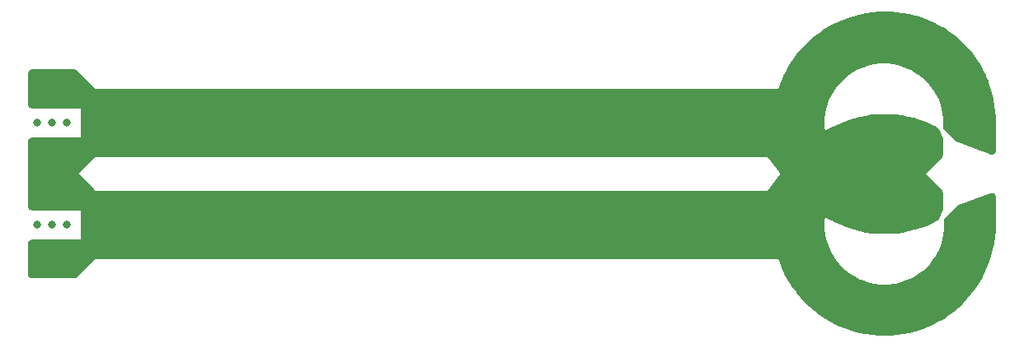
<source format=gbr>
G04 #@! TF.GenerationSoftware,KiCad,Pcbnew,8.0.4*
G04 #@! TF.CreationDate,2024-08-12T15:20:44-06:00*
G04 #@! TF.ProjectId,dual_loop_probe_fullground,6475616c-5f6c-46f6-9f70-5f70726f6265,rev?*
G04 #@! TF.SameCoordinates,Original*
G04 #@! TF.FileFunction,Copper,L4,Bot*
G04 #@! TF.FilePolarity,Positive*
%FSLAX46Y46*%
G04 Gerber Fmt 4.6, Leading zero omitted, Abs format (unit mm)*
G04 Created by KiCad (PCBNEW 8.0.4) date 2024-08-12 15:20:44*
%MOMM*%
%LPD*%
G01*
G04 APERTURE LIST*
G04 #@! TA.AperFunction,ComponentPad*
%ADD10R,4.190000X3.000000*%
G04 #@! TD*
G04 #@! TA.AperFunction,ViaPad*
%ADD11C,0.800000*%
G04 #@! TD*
G04 APERTURE END LIST*
D10*
X95500000Y-99325000D03*
X95500000Y-92675000D03*
X95500000Y-82350000D03*
X95500000Y-89000000D03*
D11*
X133000000Y-94000000D03*
X131500000Y-94000000D03*
X95500000Y-94000000D03*
X101500000Y-94000000D03*
X104500000Y-94000000D03*
X122500000Y-94000000D03*
X124000000Y-94000000D03*
X125500000Y-94000000D03*
X127000000Y-94000000D03*
X119500000Y-94000000D03*
X112000000Y-94000000D03*
X110500000Y-94000000D03*
X94000000Y-94000000D03*
X100000000Y-94000000D03*
X118000000Y-94000000D03*
X130000000Y-94000000D03*
X121000000Y-94000000D03*
X109000000Y-94000000D03*
X107500000Y-94000000D03*
X116500000Y-94000000D03*
X98500000Y-94000000D03*
X103000000Y-94000000D03*
X128500000Y-94000000D03*
X106000000Y-94000000D03*
X115000000Y-94000000D03*
X97000000Y-94000000D03*
X113500000Y-94000000D03*
X134500000Y-94000000D03*
X170500000Y-94000000D03*
X169000000Y-94000000D03*
X137500000Y-94000000D03*
X136000000Y-94000000D03*
X140500000Y-94000000D03*
X143500000Y-94000000D03*
X139000000Y-94000000D03*
X142000000Y-94000000D03*
X151000000Y-94000000D03*
X145000000Y-94000000D03*
X145000000Y-94000000D03*
X146500000Y-94000000D03*
X148000000Y-94000000D03*
X149500000Y-94000000D03*
X154000000Y-94000000D03*
X152500000Y-94000000D03*
X155500000Y-94000000D03*
X157000000Y-94000000D03*
X158500000Y-94000000D03*
X160000000Y-94000000D03*
X161500000Y-94000000D03*
X163000000Y-94000000D03*
X164500000Y-94000000D03*
X166000000Y-94000000D03*
X167500000Y-94000000D03*
X174160681Y-97491213D03*
X174635347Y-98913966D03*
X175402207Y-100202942D03*
X176426056Y-101298965D03*
X177659889Y-102151720D03*
X179047062Y-102722056D03*
X180523893Y-102983790D03*
X182022581Y-102924906D03*
X183474324Y-102548108D03*
X184812473Y-101870694D03*
X185975596Y-100923763D03*
X186910295Y-99750788D03*
X187573660Y-98405618D03*
X187935235Y-96950009D03*
X174160681Y-94508787D03*
X176189817Y-90750000D03*
X177393138Y-89793306D03*
X178759561Y-89174905D03*
X180226358Y-88861790D03*
X181726188Y-88868335D03*
X183190197Y-89194238D03*
X184551172Y-89824539D03*
X187935235Y-95500000D03*
X170892607Y-99477156D03*
X171491886Y-100883213D03*
X172285582Y-102189421D03*
X173257467Y-103369069D03*
X174387667Y-104398039D03*
X175653074Y-105255289D03*
X177027812Y-105923292D03*
X178483771Y-106388387D03*
X179991181Y-106641066D03*
X181519219Y-106676161D03*
X183036640Y-106492955D03*
X184512416Y-106095193D03*
X185916373Y-105491010D03*
X187219802Y-104692759D03*
X188396051Y-103716763D03*
X189421069Y-102582978D03*
X190273897Y-101314587D03*
X190937097Y-99937525D03*
X191397107Y-98479952D03*
X191644523Y-96971669D03*
X171000000Y-92250000D03*
X171500000Y-90750000D03*
X175653074Y-86744711D03*
X177027812Y-86076708D03*
X178483771Y-85611613D03*
X179991181Y-85358934D03*
X181519219Y-85323839D03*
X183036640Y-85507045D03*
X184512416Y-85904807D03*
X185916373Y-86508990D03*
X191397107Y-93520048D03*
X191644523Y-95028331D03*
X101500000Y-87500000D03*
X110500000Y-98000000D03*
X188451529Y-77783237D03*
X107500000Y-83500000D03*
X121000000Y-87500000D03*
X167500000Y-83500000D03*
X183474325Y-79001883D03*
X94000000Y-98000000D03*
X134500000Y-98000000D03*
X125500000Y-83500000D03*
X125500000Y-87500000D03*
X166000000Y-83500000D03*
X124000000Y-83500000D03*
X109000000Y-83500000D03*
X173000000Y-94000000D03*
X160000000Y-98000000D03*
X97007460Y-89003531D03*
X100000000Y-98000000D03*
X180523894Y-78566201D03*
X130000000Y-98000000D03*
X121000000Y-98000000D03*
X158500000Y-83500000D03*
X121000000Y-83500000D03*
X140500000Y-87500000D03*
X140500000Y-83500000D03*
X175628427Y-94707958D03*
X113500000Y-87500000D03*
X187935236Y-86000000D03*
X174000001Y-85549991D03*
X185888882Y-95045517D03*
X95500000Y-83500000D03*
X191694380Y-86426685D03*
X151000000Y-98000000D03*
X164500000Y-87500000D03*
X163000000Y-98000000D03*
X119500000Y-87500000D03*
X191452585Y-83020048D03*
X172000000Y-87500000D03*
X112000000Y-83500000D03*
X181480182Y-96186973D03*
X136000000Y-87500000D03*
X170500000Y-98000000D03*
X134500000Y-83500000D03*
X185971851Y-76008990D03*
X97000000Y-90250000D03*
X174635348Y-82636025D03*
X161500000Y-83500000D03*
X167500000Y-98000000D03*
X140500000Y-98000000D03*
X149500000Y-87500000D03*
X97000000Y-98000000D03*
X122500000Y-83500000D03*
X146500000Y-83500000D03*
X163000000Y-87500000D03*
X130000000Y-83500000D03*
X160000000Y-83500000D03*
X106000000Y-98000000D03*
X145000000Y-83500000D03*
X190329375Y-80185413D03*
X95500000Y-98000000D03*
X95500000Y-100500000D03*
X187573661Y-83144373D03*
X113500000Y-83500000D03*
X109000000Y-98000000D03*
X169000000Y-83500000D03*
X180191817Y-92566997D03*
X160000000Y-87500000D03*
X174443145Y-77101961D03*
X94000000Y-100500000D03*
X130000000Y-87500000D03*
X166000000Y-87500000D03*
X179952568Y-96136716D03*
X103000000Y-83500000D03*
X115000000Y-87500000D03*
X137500000Y-98000000D03*
X128500000Y-98000000D03*
X119500000Y-83500000D03*
X155500000Y-87500000D03*
X100000000Y-83500000D03*
X94000000Y-87750000D03*
X142000000Y-83500000D03*
X118000000Y-87500000D03*
X107500000Y-87500000D03*
X137500000Y-87500000D03*
X151000000Y-87500000D03*
X98500000Y-83500000D03*
X149500000Y-98000000D03*
X142000000Y-98000000D03*
X94000000Y-90250000D03*
X145000000Y-83500000D03*
X152500000Y-87500000D03*
X98500000Y-87500000D03*
X118000000Y-83500000D03*
X109000000Y-87500000D03*
X183158444Y-92260427D03*
X145000000Y-98000000D03*
X157000000Y-83500000D03*
X155500000Y-98000000D03*
X182022582Y-78625085D03*
X170500000Y-87500000D03*
X145000000Y-87500000D03*
X164500000Y-83500000D03*
X152500000Y-98000000D03*
X174000000Y-96000000D03*
X136000000Y-98000000D03*
X116500000Y-87500000D03*
X134500000Y-87500000D03*
X187275280Y-76807241D03*
X175708552Y-76244711D03*
X158500000Y-98000000D03*
X191446964Y-87934968D03*
X173000000Y-87500000D03*
X189476547Y-78917022D03*
X124000000Y-87500000D03*
X131500000Y-87500000D03*
X186910296Y-81799203D03*
X97000000Y-87750000D03*
X177083290Y-75576708D03*
X146500000Y-98000000D03*
X163000000Y-83500000D03*
X115000000Y-98000000D03*
X136000000Y-83500000D03*
X97000000Y-83500919D03*
X180046659Y-74858934D03*
X110500000Y-87500000D03*
X161500000Y-87500000D03*
X137500000Y-83500000D03*
X125500000Y-98000000D03*
X127000000Y-98000000D03*
X161500000Y-98000000D03*
X97007460Y-99253531D03*
X166000000Y-98000000D03*
X184524867Y-91642026D03*
X175402208Y-81347049D03*
X139000000Y-83500000D03*
X101500000Y-83500000D03*
X106000000Y-87500000D03*
X116500000Y-98000000D03*
X128500000Y-83500000D03*
X94000000Y-91500000D03*
X127000000Y-87500000D03*
X178539249Y-75111613D03*
X100000000Y-87500000D03*
X167500000Y-87500000D03*
X182999347Y-96018834D03*
X98500000Y-98000000D03*
X178447741Y-95869090D03*
X148000000Y-87500000D03*
X112000000Y-98000000D03*
X177366833Y-91610793D03*
X183092118Y-75007045D03*
X157000000Y-87500000D03*
X94000000Y-83500000D03*
X169000000Y-87500000D03*
X154000000Y-87500000D03*
X179047063Y-78827935D03*
X176426057Y-80251026D03*
X171000000Y-89250000D03*
X128500000Y-87500000D03*
X107500000Y-98000000D03*
X94000000Y-81000000D03*
X148000000Y-98000000D03*
X149500000Y-83500000D03*
X110500000Y-83500000D03*
X122500000Y-98000000D03*
X181574697Y-74823839D03*
X158500000Y-87500000D03*
X133000000Y-83500000D03*
X190992575Y-81562475D03*
X131500000Y-83500000D03*
X95500000Y-81000000D03*
X170948085Y-82022844D03*
X97000000Y-91500000D03*
X112000000Y-87500000D03*
X104500000Y-83500000D03*
X178727808Y-92241094D03*
X154000000Y-98000000D03*
X187935236Y-84599982D03*
X172000000Y-94000000D03*
X185975597Y-80626228D03*
X127000000Y-83500000D03*
X155500000Y-83500000D03*
X146500000Y-87500000D03*
X133000000Y-87500000D03*
X118000000Y-98000000D03*
X143500000Y-87500000D03*
X177659890Y-79398271D03*
X142000000Y-87500000D03*
X148000000Y-83500000D03*
X176996468Y-95389569D03*
X104500000Y-98000000D03*
X154000000Y-83500000D03*
X172341060Y-79310579D03*
X184478999Y-95635737D03*
X181691647Y-92573542D03*
X95500000Y-90250000D03*
X131500000Y-98000000D03*
X191700001Y-84528331D03*
X106000000Y-83500000D03*
X174160682Y-84058778D03*
X164500000Y-98000000D03*
X97000000Y-100500000D03*
X122500000Y-87500000D03*
X145000000Y-87500000D03*
X103000000Y-87500000D03*
X104500000Y-87500000D03*
X101500000Y-98000000D03*
X173312945Y-78130931D03*
X124000000Y-98000000D03*
X174160682Y-87041204D03*
X113500000Y-98000000D03*
X184812474Y-79679297D03*
X170555478Y-83500000D03*
X139000000Y-98000000D03*
X119500000Y-98000000D03*
X152500000Y-83500000D03*
X184567894Y-75404807D03*
X95500000Y-87750000D03*
X151000000Y-83500000D03*
X143500000Y-83500000D03*
X95500000Y-91500000D03*
X103000000Y-98000000D03*
X143500000Y-98000000D03*
X133000000Y-98000000D03*
X139000000Y-87500000D03*
X97007194Y-92739008D03*
X116500000Y-83500000D03*
X169000000Y-98000000D03*
X115000000Y-83500000D03*
X97007194Y-82239008D03*
X145000000Y-98000000D03*
X157000000Y-98000000D03*
X97000000Y-81000000D03*
X171547364Y-80616787D03*
X97000000Y-96000000D03*
X94000000Y-96000000D03*
X95500000Y-96000632D03*
X97000000Y-85500919D03*
X95500000Y-85500919D03*
X94000000Y-85500919D03*
G04 #@! TA.AperFunction,Conductor*
G36*
X98603553Y-91103553D02*
G01*
X98603567Y-91103568D01*
X99853537Y-92353538D01*
X99853547Y-92353547D01*
X100000000Y-92500000D01*
X168750000Y-92500000D01*
X169000000Y-92500000D01*
X170500000Y-90500000D01*
X183000000Y-90500000D01*
X184000000Y-90500000D01*
X185000000Y-90500000D01*
X185603553Y-91103553D01*
X185603567Y-91103568D01*
X186847712Y-92347712D01*
X186858579Y-92360103D01*
X186922913Y-92443944D01*
X186939360Y-92472430D01*
X186976615Y-92562372D01*
X186985128Y-92594143D01*
X186998922Y-92698917D01*
X187000000Y-92715364D01*
X187000000Y-94374658D01*
X186999154Y-94389232D01*
X186988320Y-94482269D01*
X186981625Y-94510631D01*
X186949705Y-94598698D01*
X186943944Y-94612111D01*
X186569454Y-95361092D01*
X186500000Y-95500000D01*
X186525447Y-95500000D01*
X186516288Y-95521062D01*
X186482297Y-95549577D01*
X186447840Y-95569354D01*
X186441741Y-95572635D01*
X185884877Y-95852748D01*
X185878607Y-95855688D01*
X185307246Y-96104759D01*
X185300823Y-96107351D01*
X184716607Y-96324665D01*
X184710053Y-96326901D01*
X184114773Y-96511791D01*
X184108105Y-96513662D01*
X183503602Y-96665556D01*
X183496841Y-96667059D01*
X182884880Y-96785514D01*
X182878047Y-96786643D01*
X182260493Y-96871299D01*
X182253609Y-96872050D01*
X181632354Y-96922645D01*
X181625438Y-96923017D01*
X181002348Y-96939401D01*
X180995423Y-96939393D01*
X180372355Y-96921518D01*
X180365440Y-96921129D01*
X179744310Y-96869047D01*
X179737427Y-96868279D01*
X179120090Y-96782148D01*
X179113260Y-96781003D01*
X178501581Y-96661083D01*
X178494824Y-96659564D01*
X177890680Y-96506222D01*
X177884017Y-96504335D01*
X177289188Y-96318024D01*
X177282638Y-96315773D01*
X176698958Y-96097066D01*
X176692542Y-96094459D01*
X176121747Y-95844008D01*
X176115484Y-95841052D01*
X176024768Y-95795148D01*
X175559314Y-95559618D01*
X175553223Y-95556322D01*
X175043261Y-95262015D01*
X175026842Y-95249966D01*
X175013439Y-95243843D01*
X174999838Y-95236594D01*
X174998049Y-95235495D01*
X174994093Y-95233064D01*
X174989451Y-95230212D01*
X174988818Y-95230060D01*
X174984794Y-95228670D01*
X174980540Y-95228591D01*
X174979896Y-95228517D01*
X174967935Y-95230938D01*
X174952690Y-95233064D01*
X174940539Y-95234007D01*
X174939949Y-95234251D01*
X174935863Y-95235495D01*
X174932378Y-95237930D01*
X174931806Y-95238252D01*
X174923553Y-95247242D01*
X174912467Y-95257925D01*
X174903190Y-95265830D01*
X174902851Y-95266383D01*
X174900285Y-95269781D01*
X174898896Y-95273802D01*
X174898625Y-95274393D01*
X174897234Y-95286508D01*
X174894544Y-95301673D01*
X174891685Y-95313520D01*
X174891733Y-95314128D01*
X174891285Y-95338259D01*
X174868324Y-95537945D01*
X174850969Y-96019135D01*
X174871317Y-96500194D01*
X174929244Y-96978195D01*
X174929248Y-96978216D01*
X175024393Y-97450199D01*
X175024395Y-97450207D01*
X175156179Y-97913294D01*
X175156188Y-97913322D01*
X175323805Y-98364689D01*
X175323816Y-98364715D01*
X175526226Y-98801559D01*
X175526230Y-98801567D01*
X175526235Y-98801577D01*
X175762224Y-99221280D01*
X176030329Y-99621231D01*
X176328907Y-99998978D01*
X176468419Y-100149580D01*
X176656122Y-100352204D01*
X176656131Y-100352213D01*
X177009965Y-100678735D01*
X177009972Y-100678741D01*
X177009979Y-100678747D01*
X177388298Y-100976600D01*
X177788762Y-101243938D01*
X177788765Y-101243940D01*
X177788770Y-101243943D01*
X177974152Y-101347712D01*
X178208916Y-101479123D01*
X178515392Y-101620414D01*
X178578482Y-101649500D01*
X178646185Y-101680712D01*
X179097885Y-101847469D01*
X179561249Y-101978372D01*
X180033435Y-102072618D01*
X180511547Y-102129629D01*
X180992654Y-102149056D01*
X180992658Y-102149055D01*
X180992662Y-102149056D01*
X181473790Y-102130780D01*
X181473794Y-102130779D01*
X181473807Y-102130779D01*
X181881390Y-102083164D01*
X181952047Y-102074911D01*
X181952050Y-102074910D01*
X181952054Y-102074910D01*
X181952059Y-102074908D01*
X181952071Y-102074907D01*
X182097555Y-102046230D01*
X182424463Y-101981793D01*
X182888138Y-101851997D01*
X183340236Y-101686320D01*
X183777985Y-101485776D01*
X184198700Y-101251596D01*
X184198700Y-101251595D01*
X184198707Y-101251592D01*
X184198713Y-101251588D01*
X184599787Y-100985225D01*
X184599787Y-100985224D01*
X184599802Y-100985215D01*
X184826144Y-100807888D01*
X184978810Y-100688283D01*
X184978815Y-100688278D01*
X184978831Y-100688266D01*
X185333464Y-100362572D01*
X185661525Y-100010127D01*
X185961005Y-99633094D01*
X186230065Y-99233785D01*
X186467056Y-98814647D01*
X186473159Y-98801559D01*
X186571605Y-98590414D01*
X186670526Y-98378250D01*
X186839226Y-97927272D01*
X186972123Y-97464476D01*
X187068401Y-96992700D01*
X187127469Y-96514838D01*
X187145681Y-96107351D01*
X187148967Y-96033830D01*
X187148967Y-96033819D01*
X187132762Y-95552592D01*
X187120794Y-95446280D01*
X187133050Y-95376350D01*
X187156902Y-95343096D01*
X188418672Y-94081327D01*
X188428634Y-94072375D01*
X188495788Y-94018209D01*
X188518321Y-94003700D01*
X188595417Y-93964981D01*
X188607698Y-93959613D01*
X191816305Y-92756385D01*
X191832909Y-92751433D01*
X191941443Y-92727054D01*
X191975936Y-92724181D01*
X192078221Y-92729783D01*
X192112201Y-92736407D01*
X192209103Y-92769637D01*
X192239998Y-92785260D01*
X192324194Y-92843608D01*
X192349671Y-92867051D01*
X192395746Y-92922975D01*
X192423625Y-92988269D01*
X192424500Y-93003095D01*
X192424500Y-95998248D01*
X192424450Y-96001782D01*
X192406626Y-96637038D01*
X192406230Y-96644094D01*
X192352962Y-97275607D01*
X192352171Y-97282631D01*
X192263576Y-97910179D01*
X192262392Y-97917146D01*
X192138753Y-98538725D01*
X192137180Y-98545616D01*
X191978884Y-99159276D01*
X191976928Y-99166067D01*
X191784464Y-99769916D01*
X191782129Y-99776587D01*
X191556127Y-100368651D01*
X191553423Y-100375181D01*
X191294560Y-100953682D01*
X191291493Y-100960050D01*
X191000607Y-101523114D01*
X190997188Y-101529299D01*
X190675202Y-102075146D01*
X190671442Y-102081131D01*
X190319337Y-102608093D01*
X190315247Y-102613857D01*
X189934166Y-103120225D01*
X189929760Y-103125751D01*
X189520866Y-103609979D01*
X189516156Y-103615249D01*
X189080769Y-104075772D01*
X189075772Y-104080769D01*
X188615249Y-104516156D01*
X188609979Y-104520866D01*
X188125751Y-104929760D01*
X188120225Y-104934166D01*
X187613857Y-105315247D01*
X187608093Y-105319337D01*
X187081131Y-105671442D01*
X187075146Y-105675202D01*
X186529299Y-105997188D01*
X186523114Y-106000607D01*
X185960050Y-106291493D01*
X185953682Y-106294560D01*
X185375181Y-106553423D01*
X185368651Y-106556127D01*
X184776587Y-106782129D01*
X184769916Y-106784464D01*
X184166067Y-106976928D01*
X184159276Y-106978884D01*
X183545616Y-107137180D01*
X183538725Y-107138753D01*
X182917146Y-107262392D01*
X182910179Y-107263576D01*
X182282631Y-107352171D01*
X182275607Y-107352962D01*
X181644094Y-107406230D01*
X181637038Y-107406626D01*
X181148740Y-107420326D01*
X181091250Y-107408238D01*
X181076242Y-107401126D01*
X181076241Y-107401126D01*
X181076239Y-107401125D01*
X181044026Y-107401325D01*
X181042169Y-107401322D01*
X181041468Y-107401316D01*
X181039739Y-107401290D01*
X180394673Y-107386916D01*
X180387498Y-107386551D01*
X179745750Y-107335549D01*
X179738606Y-107334776D01*
X179100794Y-107247274D01*
X179093707Y-107246095D01*
X178461927Y-107122384D01*
X178454918Y-107120803D01*
X177831195Y-106961275D01*
X177824288Y-106959296D01*
X177210713Y-106764489D01*
X177203930Y-106762121D01*
X176602431Y-106532648D01*
X176595794Y-106529897D01*
X176008343Y-106266509D01*
X176001874Y-106263383D01*
X175430417Y-105966952D01*
X175424156Y-105963475D01*
X174870467Y-105634919D01*
X174864405Y-105631083D01*
X174330396Y-105271537D01*
X174324553Y-105267356D01*
X173811897Y-104877949D01*
X173806302Y-104873442D01*
X173316671Y-104455444D01*
X173311342Y-104450625D01*
X172846347Y-104005413D01*
X172841301Y-104000299D01*
X172402421Y-103529287D01*
X172397674Y-103523892D01*
X171986359Y-103028634D01*
X171981929Y-103022979D01*
X171926882Y-102948430D01*
X171599516Y-102505089D01*
X171595421Y-102499199D01*
X171576143Y-102469711D01*
X171243129Y-101960322D01*
X171239376Y-101954206D01*
X171216973Y-101915258D01*
X170975468Y-101495388D01*
X170918392Y-101396159D01*
X170914989Y-101389832D01*
X170899312Y-101358579D01*
X170626319Y-100814365D01*
X170623309Y-100807909D01*
X170367907Y-100216920D01*
X170365263Y-100210291D01*
X170155376Y-99636886D01*
X170150976Y-99621209D01*
X170150498Y-99620055D01*
X170150498Y-99620053D01*
X170142758Y-99601372D01*
X170139670Y-99593109D01*
X170131864Y-99569738D01*
X170131862Y-99569736D01*
X170130750Y-99567908D01*
X170107825Y-99544986D01*
X170106563Y-99543706D01*
X170106512Y-99543654D01*
X170104588Y-99541674D01*
X170083983Y-99520474D01*
X170083981Y-99520473D01*
X170057138Y-99510649D01*
X170052252Y-99508744D01*
X170028440Y-99498883D01*
X170022704Y-99497273D01*
X170019462Y-99496861D01*
X169998757Y-99498896D01*
X169986447Y-99499500D01*
X169041535Y-99499568D01*
X169013301Y-99499568D01*
X169013297Y-99499569D01*
X169002773Y-99503928D01*
X169000000Y-99500000D01*
X168740922Y-99500000D01*
X168740916Y-99500000D01*
X100207104Y-99500000D01*
X100000000Y-99500000D01*
X99853558Y-99646442D01*
X99853537Y-99646461D01*
X98152287Y-101347712D01*
X98139896Y-101358579D01*
X98056055Y-101422913D01*
X98027569Y-101439360D01*
X97937627Y-101476615D01*
X97905856Y-101485128D01*
X97827917Y-101495388D01*
X97801080Y-101498922D01*
X97784635Y-101500000D01*
X93508258Y-101500000D01*
X93491812Y-101498922D01*
X93387037Y-101485128D01*
X93355265Y-101476615D01*
X93265326Y-101439361D01*
X93236840Y-101422914D01*
X93159605Y-101363649D01*
X93136351Y-101340396D01*
X93101536Y-101295024D01*
X93075937Y-101228807D01*
X93075500Y-101218323D01*
X93075500Y-97781677D01*
X93095502Y-97713556D01*
X93101531Y-97704981D01*
X93136351Y-97659603D01*
X93159603Y-97636351D01*
X93236843Y-97577082D01*
X93265321Y-97560640D01*
X93355270Y-97523382D01*
X93387033Y-97514872D01*
X93468592Y-97504134D01*
X93491813Y-97501078D01*
X93508258Y-97500000D01*
X97999993Y-97500000D01*
X98000000Y-97500000D01*
X98500000Y-97500000D01*
X98500000Y-94500000D01*
X98000002Y-94500000D01*
X93508258Y-94500000D01*
X93491812Y-94498922D01*
X93387037Y-94485128D01*
X93355265Y-94476615D01*
X93265326Y-94439361D01*
X93236840Y-94422914D01*
X93159605Y-94363649D01*
X93136351Y-94340396D01*
X93101536Y-94295024D01*
X93075937Y-94228807D01*
X93075500Y-94218323D01*
X93075500Y-90500000D01*
X98000000Y-90500000D01*
X98603553Y-91103553D01*
G37*
G04 #@! TD.AperFunction*
G04 #@! TA.AperFunction,Conductor*
G36*
X180962649Y-74076348D02*
G01*
X180977151Y-74076025D01*
X180977152Y-74076026D01*
X180996800Y-74075589D01*
X180999428Y-74075531D01*
X181002226Y-74075500D01*
X181003868Y-74075500D01*
X181004733Y-74075502D01*
X181648190Y-74079923D01*
X181655462Y-74080185D01*
X182297005Y-74121974D01*
X182304254Y-74122658D01*
X182878346Y-74193762D01*
X182942244Y-74201676D01*
X182949488Y-74202788D01*
X182958615Y-74204462D01*
X183581817Y-74318769D01*
X183588939Y-74320291D01*
X184189447Y-74466979D01*
X184213423Y-74472836D01*
X184220490Y-74474781D01*
X184835073Y-74663385D01*
X184842014Y-74665739D01*
X185444548Y-74889743D01*
X185451319Y-74892486D01*
X186039875Y-75151175D01*
X186046444Y-75154293D01*
X186618961Y-75446765D01*
X186625356Y-75450270D01*
X187179880Y-75775525D01*
X187186067Y-75779400D01*
X187720733Y-76136342D01*
X187726686Y-76140571D01*
X188239686Y-76527991D01*
X188245403Y-76532576D01*
X188735008Y-76949169D01*
X188740438Y-76954068D01*
X188851446Y-77060249D01*
X189204989Y-77398421D01*
X189210136Y-77403639D01*
X189648062Y-77874249D01*
X189652897Y-77879758D01*
X190062715Y-78375031D01*
X190067221Y-78380811D01*
X190447547Y-78899073D01*
X190451710Y-78905106D01*
X190801265Y-79444617D01*
X190805069Y-79450881D01*
X191122648Y-80009776D01*
X191126083Y-80016251D01*
X191410650Y-80592711D01*
X191413701Y-80599375D01*
X191465120Y-80720866D01*
X191650683Y-81159307D01*
X191664247Y-81191354D01*
X191666903Y-81198175D01*
X191720598Y-81348912D01*
X191882624Y-81803776D01*
X191884881Y-81810749D01*
X192065013Y-82427833D01*
X192066861Y-82434925D01*
X192210809Y-83061438D01*
X192212242Y-83068626D01*
X192319518Y-83702450D01*
X192320531Y-83709709D01*
X192390774Y-84348721D01*
X192391362Y-84356027D01*
X192412115Y-84760156D01*
X192423546Y-84982758D01*
X192424334Y-84998093D01*
X192424500Y-85004555D01*
X192424500Y-88496903D01*
X192404498Y-88565024D01*
X192395747Y-88577022D01*
X192349672Y-88632947D01*
X192324194Y-88656391D01*
X192239998Y-88714739D01*
X192209101Y-88730363D01*
X192112201Y-88763592D01*
X192078220Y-88770216D01*
X191975943Y-88775818D01*
X191941439Y-88772944D01*
X191832920Y-88748569D01*
X191816291Y-88743609D01*
X191780968Y-88730363D01*
X190576001Y-88278500D01*
X188607711Y-87540391D01*
X188595404Y-87535012D01*
X188562950Y-87518713D01*
X188518328Y-87496303D01*
X188495782Y-87481785D01*
X188428639Y-87427629D01*
X188418658Y-87418658D01*
X187067810Y-86067810D01*
X187033784Y-86005498D01*
X187031687Y-85964701D01*
X187034473Y-85939805D01*
X187034475Y-85939791D01*
X187050237Y-85461156D01*
X187039536Y-85226519D01*
X187028420Y-84982768D01*
X187028419Y-84982765D01*
X187028419Y-84982758D01*
X186969157Y-84507544D01*
X186872815Y-84038441D01*
X186739986Y-83578336D01*
X186571488Y-83130063D01*
X186368359Y-82696382D01*
X186131850Y-82279965D01*
X185944435Y-82003072D01*
X185863422Y-81883381D01*
X185863421Y-81883380D01*
X185863417Y-81883374D01*
X185604557Y-81558983D01*
X185564720Y-81509061D01*
X185564716Y-81509057D01*
X185564713Y-81509053D01*
X185237577Y-81159307D01*
X184915038Y-80864624D01*
X184884024Y-80836288D01*
X184826561Y-80791524D01*
X184506232Y-80541988D01*
X184106526Y-80278217D01*
X183993938Y-80216003D01*
X183687381Y-80046606D01*
X183687377Y-80046604D01*
X183687368Y-80046599D01*
X183251339Y-79848562D01*
X183251338Y-79848561D01*
X183251330Y-79848558D01*
X182801139Y-79685329D01*
X182801105Y-79685318D01*
X182339506Y-79557894D01*
X182339490Y-79557891D01*
X181922441Y-79477316D01*
X181869295Y-79467048D01*
X181393420Y-79413354D01*
X180914800Y-79397139D01*
X180914797Y-79397139D01*
X180914794Y-79397139D01*
X180766772Y-79403749D01*
X180436382Y-79418504D01*
X180436374Y-79418504D01*
X180436373Y-79418505D01*
X180436365Y-79418505D01*
X179961126Y-79477314D01*
X179961116Y-79477316D01*
X179491918Y-79573214D01*
X179031694Y-79705606D01*
X179031683Y-79705609D01*
X178583269Y-79873676D01*
X178583232Y-79873691D01*
X178149393Y-80076394D01*
X177732746Y-80312512D01*
X177335903Y-80580569D01*
X177335891Y-80580577D01*
X176961318Y-80878902D01*
X176961286Y-80878930D01*
X176611236Y-81205729D01*
X176611230Y-81205736D01*
X176287885Y-81558974D01*
X176287877Y-81558983D01*
X175993236Y-81936476D01*
X175993225Y-81936490D01*
X175729081Y-82335938D01*
X175729073Y-82335951D01*
X175497062Y-82754885D01*
X175497056Y-82754898D01*
X175298619Y-83190712D01*
X175298612Y-83190728D01*
X175134960Y-83640756D01*
X175134946Y-83640799D01*
X175007087Y-84102265D01*
X175007082Y-84102290D01*
X174915791Y-84572417D01*
X174861649Y-85048226D01*
X174844981Y-85526836D01*
X174865892Y-86005262D01*
X174865895Y-86005292D01*
X174890233Y-86203467D01*
X174890804Y-86227593D01*
X174893869Y-86240156D01*
X174896519Y-86254655D01*
X174898095Y-86267486D01*
X174899432Y-86271292D01*
X174899883Y-86272127D01*
X174902328Y-86275331D01*
X174912188Y-86283690D01*
X174922856Y-86293865D01*
X174931672Y-86303319D01*
X174934979Y-86305603D01*
X174935845Y-86306019D01*
X174939696Y-86307171D01*
X174939906Y-86307186D01*
X174939907Y-86307187D01*
X174952588Y-86308137D01*
X174967200Y-86310098D01*
X174979692Y-86312527D01*
X174979693Y-86312526D01*
X174979908Y-86312568D01*
X174983891Y-86312474D01*
X174984888Y-86312292D01*
X174988641Y-86310973D01*
X174988829Y-86310856D01*
X174988833Y-86310857D01*
X174999672Y-86304159D01*
X175012632Y-86297165D01*
X175024157Y-86291792D01*
X175024157Y-86291791D01*
X175026974Y-86290478D01*
X175042750Y-86278773D01*
X175547190Y-85985883D01*
X175553207Y-85982606D01*
X176103956Y-85701983D01*
X176110145Y-85699040D01*
X176675421Y-85449016D01*
X176681767Y-85446415D01*
X177259872Y-85227739D01*
X177266380Y-85225479D01*
X177855609Y-85038797D01*
X177862209Y-85036904D01*
X178460751Y-84882787D01*
X178467471Y-84881252D01*
X179073557Y-84760155D01*
X179080348Y-84758990D01*
X179692187Y-84671272D01*
X179699000Y-84670486D01*
X180314730Y-84616416D01*
X180321575Y-84616004D01*
X180939323Y-84595745D01*
X180946218Y-84595709D01*
X181564150Y-84609321D01*
X181570986Y-84609659D01*
X182187254Y-84657103D01*
X182194099Y-84657818D01*
X182806851Y-84738951D01*
X182813629Y-84740038D01*
X183421007Y-84854614D01*
X183427699Y-84856067D01*
X184027914Y-85003749D01*
X184034512Y-85005566D01*
X184625722Y-85185902D01*
X184632252Y-85188092D01*
X185212664Y-85400531D01*
X185219047Y-85403068D01*
X185786970Y-85646994D01*
X185793219Y-85649884D01*
X186346903Y-85924541D01*
X186352981Y-85927767D01*
X186475823Y-85997337D01*
X186522999Y-86045998D01*
X186653585Y-86307171D01*
X186943944Y-86887888D01*
X186949705Y-86901301D01*
X186981625Y-86989368D01*
X186988320Y-87017730D01*
X186999154Y-87110767D01*
X187000000Y-87125341D01*
X187000000Y-88784635D01*
X186998922Y-88801082D01*
X186985128Y-88905856D01*
X186976615Y-88937627D01*
X186939360Y-89027569D01*
X186922913Y-89056055D01*
X186858579Y-89139896D01*
X186847712Y-89152287D01*
X185603567Y-90396431D01*
X185603548Y-90396452D01*
X185000000Y-91000000D01*
X184000000Y-91000000D01*
X183000000Y-91000000D01*
X170500000Y-91000000D01*
X169000000Y-89000000D01*
X168750002Y-89000000D01*
X100207104Y-89000000D01*
X100000000Y-89000000D01*
X99853558Y-89146442D01*
X99853537Y-89146461D01*
X98603567Y-90396431D01*
X98603548Y-90396452D01*
X98000000Y-91000000D01*
X93075500Y-91000000D01*
X93075500Y-87281677D01*
X93095502Y-87213556D01*
X93101531Y-87204981D01*
X93136351Y-87159603D01*
X93159603Y-87136351D01*
X93236843Y-87077082D01*
X93265321Y-87060640D01*
X93355270Y-87023382D01*
X93387033Y-87014872D01*
X93468592Y-87004134D01*
X93491813Y-87001078D01*
X93508258Y-87000000D01*
X97999993Y-87000000D01*
X98000000Y-87000000D01*
X98500000Y-87000000D01*
X98500000Y-84000000D01*
X98000002Y-84000000D01*
X93508258Y-84000000D01*
X93491812Y-83998922D01*
X93387037Y-83985128D01*
X93355265Y-83976615D01*
X93265326Y-83939361D01*
X93236840Y-83922914D01*
X93159605Y-83863649D01*
X93136351Y-83840396D01*
X93101536Y-83795024D01*
X93075937Y-83728807D01*
X93075500Y-83718323D01*
X93075500Y-80281677D01*
X93095502Y-80213556D01*
X93101531Y-80204981D01*
X93136351Y-80159603D01*
X93159603Y-80136351D01*
X93236843Y-80077082D01*
X93265321Y-80060640D01*
X93355270Y-80023382D01*
X93387033Y-80014872D01*
X93468592Y-80004134D01*
X93491813Y-80001078D01*
X93508258Y-80000000D01*
X97784635Y-80000000D01*
X97801080Y-80001078D01*
X97829094Y-80004765D01*
X97905857Y-80014871D01*
X97937624Y-80023383D01*
X98027572Y-80060641D01*
X98056051Y-80077084D01*
X98133287Y-80136349D01*
X98139896Y-80141420D01*
X98152287Y-80152287D01*
X99853537Y-81853538D01*
X99853547Y-81853547D01*
X100000000Y-82000000D01*
X168740915Y-82000000D01*
X168740922Y-82000000D01*
X169000000Y-82000000D01*
X169003602Y-81994895D01*
X169019093Y-81994904D01*
X169019094Y-81994903D01*
X169031287Y-81994910D01*
X169031859Y-81994852D01*
X169923757Y-81994118D01*
X169937344Y-81996300D01*
X169937446Y-81995236D01*
X169951575Y-81996577D01*
X169951576Y-81996578D01*
X170019970Y-82003073D01*
X170084408Y-81979249D01*
X170132128Y-81929826D01*
X170142348Y-81898891D01*
X170143482Y-81895617D01*
X170148957Y-81880503D01*
X170150956Y-81875343D01*
X170151774Y-81873367D01*
X170151773Y-81873364D01*
X170153750Y-81868583D01*
X170155321Y-81862937D01*
X170363220Y-81289099D01*
X170365850Y-81282442D01*
X170398702Y-81205729D01*
X170619060Y-80691167D01*
X170622051Y-80684700D01*
X170908540Y-80108843D01*
X170911922Y-80102506D01*
X170943834Y-80046599D01*
X171230781Y-79543893D01*
X171234480Y-79537822D01*
X171584683Y-78998257D01*
X171588733Y-78992392D01*
X171969092Y-78473706D01*
X171973478Y-78468068D01*
X172382811Y-77971872D01*
X172387491Y-77966519D01*
X172824433Y-77494472D01*
X172829410Y-77489393D01*
X173292575Y-77042990D01*
X173297826Y-77038211D01*
X173785645Y-76618966D01*
X173791179Y-76614477D01*
X174302115Y-76223710D01*
X174307899Y-76219543D01*
X174840252Y-75858551D01*
X174846271Y-75854714D01*
X175398351Y-75524643D01*
X175404598Y-75521146D01*
X175974563Y-75223096D01*
X175980983Y-75219968D01*
X176567037Y-74954877D01*
X176573648Y-74952111D01*
X177173821Y-74720871D01*
X177180572Y-74718489D01*
X177792995Y-74521818D01*
X177799817Y-74519840D01*
X178422452Y-74358398D01*
X178429437Y-74356798D01*
X179060216Y-74231118D01*
X179067277Y-74229918D01*
X179704232Y-74140390D01*
X179711355Y-74139596D01*
X180352328Y-74086524D01*
X180359479Y-74086136D01*
X180773563Y-74075541D01*
X180776786Y-74075500D01*
X180956880Y-74075500D01*
X180962649Y-74076348D01*
G37*
G04 #@! TD.AperFunction*
M02*

</source>
